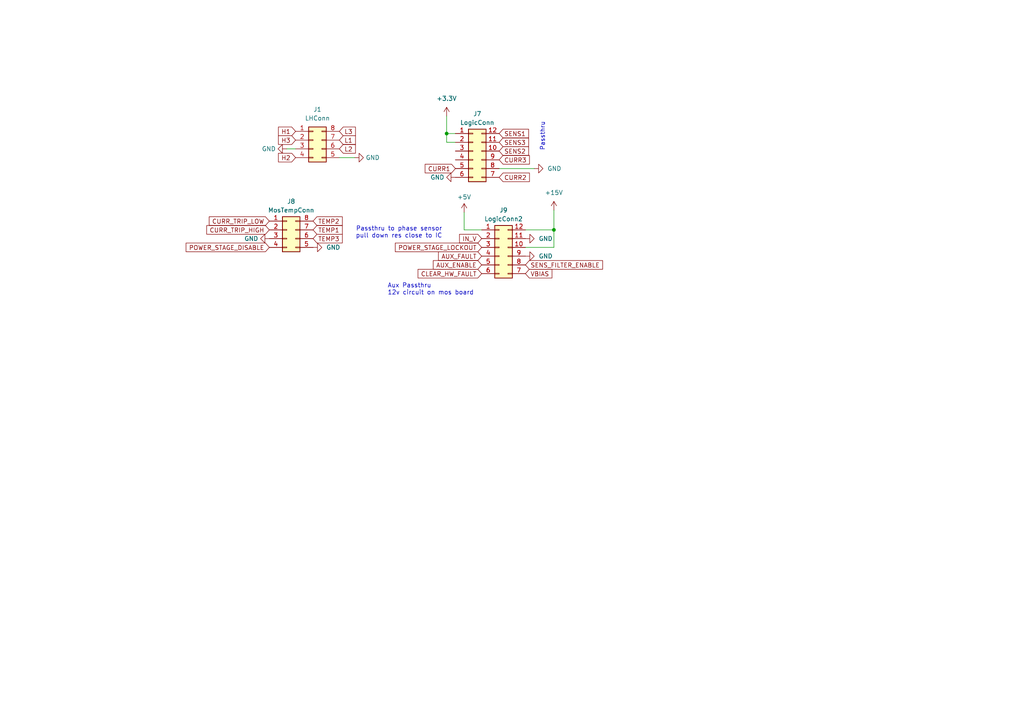
<source format=kicad_sch>
(kicad_sch (version 20230121) (generator eeschema)
  (paper "A4")
  (lib_symbols
    (symbol "Connector_Generic:Conn_02x04_Counter_Clockwise" (pin_names (offset 1.016) hide)
      (property "Reference" "J" (at 1.27 5.08 0))
      (property "Value" "Conn_02x04_Counter_Clockwise" (at 1.27 -7.62 0))
      (symbol "Conn_02x04_Counter_Clockwise_1_1"
        (rectangle (start -1.27 -4.953) (end 0 -5.207) (stroke (width 0.1524)))
        (rectangle (start -1.27 -2.413) (end 0 -2.667) (stroke (width 0.1524)))
        (rectangle (start -1.27 0.127) (end 0 -0.127) (stroke (width 0.1524)))
        (rectangle (start -1.27 2.667) (end 0 2.413) (stroke (width 0.1524)))
        (rectangle (start -1.27 3.81) (end 3.81 -6.35) (stroke (width 0.254)) (fill (type background)))
        (rectangle (start 3.81 -4.953) (end 2.54 -5.207) (stroke (width 0.1524)))
        (rectangle (start 3.81 -2.413) (end 2.54 -2.667) (stroke (width 0.1524)))
        (rectangle (start 3.81 0.127) (end 2.54 -0.127) (stroke (width 0.1524)))
        (rectangle (start 3.81 2.667) (end 2.54 2.413) (stroke (width 0.1524)))
        (pin passive line (at -5.08 2.54 0) (length 3.81) (name "Pin_1") (number "1"))
        (pin passive line (at -5.08 0 0) (length 3.81) (name "Pin_2") (number "2"))
        (pin passive line (at -5.08 -2.54 0) (length 3.81) (name "Pin_3") (number "3"))
        (pin passive line (at -5.08 -5.08 0) (length 3.81) (name "Pin_4") (number "4"))
        (pin passive line (at 7.62 -5.08 180) (length 3.81) (name "Pin_5") (number "5"))
        (pin passive line (at 7.62 -2.54 180) (length 3.81) (name "Pin_6") (number "6"))
        (pin passive line (at 7.62 0 180) (length 3.81) (name "Pin_7") (number "7"))
        (pin passive line (at 7.62 2.54 180) (length 3.81) (name "Pin_8") (number "8"))
      )
    )
    (symbol "Connector_Generic:Conn_02x06_Counter_Clockwise" (pin_names (offset 1.016) hide)
      (property "Reference" "J" (at 1.27 7.62 0))
      (property "Value" "Conn_02x06_Counter_Clockwise" (at 1.27 -10.16 0))
      (symbol "Conn_02x06_Counter_Clockwise_1_1"
        (rectangle (start -1.27 -7.493) (end 0 -7.747) (stroke (width 0.1524)))
        (rectangle (start -1.27 -4.953) (end 0 -5.207) (stroke (width 0.1524)))
        (rectangle (start -1.27 -2.413) (end 0 -2.667) (stroke (width 0.1524)))
        (rectangle (start -1.27 0.127) (end 0 -0.127) (stroke (width 0.1524)))
        (rectangle (start -1.27 2.667) (end 0 2.413) (stroke (width 0.1524)))
        (rectangle (start -1.27 5.207) (end 0 4.953) (stroke (width 0.1524)))
        (rectangle (start -1.27 6.35) (end 3.81 -8.89) (stroke (width 0.254)) (fill (type background)))
        (rectangle (start 3.81 -7.493) (end 2.54 -7.747) (stroke (width 0.1524)))
        (rectangle (start 3.81 -4.953) (end 2.54 -5.207) (stroke (width 0.1524)))
        (rectangle (start 3.81 -2.413) (end 2.54 -2.667) (stroke (width 0.1524)))
        (rectangle (start 3.81 0.127) (end 2.54 -0.127) (stroke (width 0.1524)))
        (rectangle (start 3.81 2.667) (end 2.54 2.413) (stroke (width 0.1524)))
        (rectangle (start 3.81 5.207) (end 2.54 4.953) (stroke (width 0.1524)))
        (pin passive line (at -5.08 5.08 0) (length 3.81) (name "Pin_1") (number "1"))
        (pin passive line (at 7.62 0 180) (length 3.81) (name "Pin_10") (number "10"))
        (pin passive line (at 7.62 2.54 180) (length 3.81) (name "Pin_11") (number "11"))
        (pin passive line (at 7.62 5.08 180) (length 3.81) (name "Pin_12") (number "12"))
        (pin passive line (at -5.08 2.54 0) (length 3.81) (name "Pin_2") (number "2"))
        (pin passive line (at -5.08 0 0) (length 3.81) (name "Pin_3") (number "3"))
        (pin passive line (at -5.08 -2.54 0) (length 3.81) (name "Pin_4") (number "4"))
        (pin passive line (at -5.08 -5.08 0) (length 3.81) (name "Pin_5") (number "5"))
        (pin passive line (at -5.08 -7.62 0) (length 3.81) (name "Pin_6") (number "6"))
        (pin passive line (at 7.62 -7.62 180) (length 3.81) (name "Pin_7") (number "7"))
        (pin passive line (at 7.62 -5.08 180) (length 3.81) (name "Pin_8") (number "8"))
        (pin passive line (at 7.62 -2.54 180) (length 3.81) (name "Pin_9") (number "9"))
      )
    )
    (symbol "power:+15V" (power) (pin_names (offset 0))
      (property "Value" "+15V" (at 0 3.556 0))
      (symbol "+15V_0_1"
        (polyline (pts (xy -0.762 1.27) (xy 0 2.54)))
        (polyline (pts (xy 0 0) (xy 0 2.54)))
        (polyline (pts (xy 0 2.54) (xy 0.762 1.27)))
      )
      (symbol "+15V_1_1"
        (pin power_in line (at 0 0 90) (length 0) hide (name "+15V") (number "1"))
      )
    )
    (symbol "power:+3.3V" (power) (pin_names (offset 0))
      (property "Value" "+3.3V" (at 0 3.556 0))
      (symbol "+3.3V_0_1"
        (polyline (pts (xy -0.762 1.27) (xy 0 2.54)))
        (polyline (pts (xy 0 0) (xy 0 2.54)))
        (polyline (pts (xy 0 2.54) (xy 0.762 1.27)))
      )
      (symbol "+3.3V_1_1"
        (pin power_in line (at 0 0 90) (length 0) hide (name "+3.3V") (number "1"))
      )
    )
    (symbol "power:+5V" (power) (pin_names (offset 0))
      (property "Value" "+5V" (at 0 3.556 0))
      (symbol "+5V_0_1"
        (polyline (pts (xy -0.762 1.27) (xy 0 2.54)))
        (polyline (pts (xy 0 0) (xy 0 2.54)))
        (polyline (pts (xy 0 2.54) (xy 0.762 1.27)))
      )
      (symbol "+5V_1_1"
        (pin power_in line (at 0 0 90) (length 0) hide (name "+5V") (number "1"))
      )
    )
    (symbol "power:GND" (power) (pin_names (offset 0))
      (property "Value" "GND" (at 0 -3.81 0))
      (symbol "GND_0_1"
        (polyline (pts (xy 0 0) (xy 0 -1.27) (xy 1.27 -1.27) (xy 0 -2.54) (xy -1.27 -1.27) (xy 0 -1.27)))
      )
      (symbol "GND_1_1"
        (pin power_in line (at 0 0 270) (length 0) hide (name "GND") (number "1"))
      )
    )
  )
  (junction (at 160.655 66.675))
  (junction (at 129.54 38.735))
  (wire (pts (xy 129.54 38.735) (xy 132.08 38.735)))
  (wire (pts (xy 129.54 33.655) (xy 129.54 38.735)))
  (wire (pts (xy 83.185 43.18) (xy 85.725 43.18)))
  (wire (pts (xy 152.4 71.755) (xy 160.655 71.755)))
  (wire (pts (xy 160.655 66.675) (xy 152.4 66.675)))
  (wire (pts (xy 144.78 48.895) (xy 154.94 48.895)))
  (wire (pts (xy 139.7 66.675) (xy 134.62 66.675)))
  (wire (pts (xy 160.655 60.96) (xy 160.655 66.675)))
  (wire (pts (xy 98.425 45.72) (xy 102.87 45.72)))
  (wire (pts (xy 132.08 41.275) (xy 129.54 41.275)))
  (wire (pts (xy 160.655 71.755) (xy 160.655 66.675)))
  (wire (pts (xy 129.54 41.275) (xy 129.54 38.735)))
  (wire (pts (xy 134.62 66.675) (xy 134.62 61.595)))
  (text "Passthru" (at 158.115 43.815 90) (effects (font (size 1.27 1.27)) (justify left bottom)))
  (text "Aux Passthru\n12v circuit on mos board\n" (at 112.395 85.725 0) (effects (font (size 1.27 1.27)) (justify left bottom)))
  (text "Passthru to phase sensor\npull down res close to IC" (at 128.27 69.215 0) (effects (font (size 1.27 1.27)) (justify right bottom)))
  (global_label "L3" (shape input) (at 98.425 38.1 0) (property "Intersheetrefs" "${INTERSHEET_REFS}" (effects hide)))
  (global_label "POWER_STAGE_DISABLE" (shape input) (at 78.105 71.755 180) (property "Intersheetrefs" "${INTERSHEET_REFS}" (effects hide)))
  (global_label "CLEAR_HW_FAULT" (shape input) (at 139.7 79.375 180) (property "Intersheetrefs" "${INTERSHEET_REFS}" (effects hide)))
  (global_label "SENS3" (shape input) (at 144.78 41.275 0) (property "Intersheetrefs" "${INTERSHEET_REFS}" (effects hide)))
  (global_label "VBIAS" (shape input) (at 152.4 79.375 0) (property "Intersheetrefs" "${INTERSHEET_REFS}" (effects hide)))
  (global_label "CURR3" (shape input) (at 144.78 46.355 0) (property "Intersheetrefs" "${INTERSHEET_REFS}" (effects hide)))
  (global_label "TEMP1" (shape input) (at 90.805 66.675 0) (property "Intersheetrefs" "${INTERSHEET_REFS}" (effects hide)))
  (global_label "H2" (shape input) (at 85.725 45.72 180) (property "Intersheetrefs" "${INTERSHEET_REFS}" (effects hide)))
  (global_label "TEMP3" (shape input) (at 90.805 69.215 0) (property "Intersheetrefs" "${INTERSHEET_REFS}" (effects hide)))
  (global_label "AUX_FAULT" (shape input) (at 139.7 74.295 180) (property "Intersheetrefs" "${INTERSHEET_REFS}" (effects hide)))
  (global_label "SENS2" (shape input) (at 144.78 43.815 0) (property "Intersheetrefs" "${INTERSHEET_REFS}" (effects hide)))
  (global_label "CURR2" (shape input) (at 144.78 51.435 0) (property "Intersheetrefs" "${INTERSHEET_REFS}" (effects hide)))
  (global_label "POWER_STAGE_LOCKOUT" (shape input) (at 139.7 71.755 180) (property "Intersheetrefs" "${INTERSHEET_REFS}" (effects hide)))
  (global_label "L2" (shape input) (at 98.425 43.18 0) (property "Intersheetrefs" "${INTERSHEET_REFS}" (effects hide)))
  (global_label "SENS_FILTER_ENABLE" (shape input) (at 152.4 76.835 0) (property "Intersheetrefs" "${INTERSHEET_REFS}" (effects hide)))
  (global_label "L1" (shape input) (at 98.425 40.64 0) (property "Intersheetrefs" "${INTERSHEET_REFS}" (effects hide)))
  (global_label "CURR_TRIP_HIGH" (shape input) (at 78.105 66.675 180) (property "Intersheetrefs" "${INTERSHEET_REFS}" (effects hide)))
  (global_label "SENS1" (shape input) (at 144.78 38.735 0) (property "Intersheetrefs" "${INTERSHEET_REFS}" (effects hide)))
  (global_label "CURR1" (shape input) (at 132.08 48.895 180) (property "Intersheetrefs" "${INTERSHEET_REFS}" (effects hide)))
  (global_label "IN_V" (shape input) (at 139.7 69.215 180) (property "Intersheetrefs" "${INTERSHEET_REFS}" (effects hide)))
  (global_label "H1" (shape input) (at 85.725 38.1 180) (property "Intersheetrefs" "${INTERSHEET_REFS}" (effects hide)))
  (global_label "TEMP2" (shape input) (at 90.805 64.135 0) (property "Intersheetrefs" "${INTERSHEET_REFS}" (effects hide)))
  (global_label "CURR_TRIP_LOW" (shape input) (at 78.105 64.135 180) (property "Intersheetrefs" "${INTERSHEET_REFS}" (effects hide)))
  (global_label "H3" (shape input) (at 85.725 40.64 180) (property "Intersheetrefs" "${INTERSHEET_REFS}" (effects hide)))
  (global_label "AUX_ENABLE" (shape input) (at 139.7 76.835 180) (property "Intersheetrefs" "${INTERSHEET_REFS}" (effects hide)))
  (symbol (lib_id "power:GND") (at 154.94 48.895 90) (unit 1)
    (property "Reference" "#PWR061" (effects hide))
    (property "Value" "GND" (at 158.75 48.895 90) (effects (justify right)))
    (instances (project "GigaVescDrivers" (path "" (reference "#PWR061") (unit 1)) (path "" (reference "#PWR067") (unit 1))))
  )
  (symbol (lib_id "Connector_Generic:Conn_02x04_Counter_Clockwise") (at 83.185 66.675 0) (unit 1)
    (property "Reference" "J8" (at 84.455 58.42 0))
    (property "Value" "MosTempConn" (at 84.455 60.96 0))
    (property "Footprint" "Connector_PinSocket_2.54mm:PinSocket_2x04_P2.54mm_Vertical" (effects hide))
  )
  (symbol (lib_id "power:+3.3V") (at 129.54 33.655 0) (unit 1)
    (property "Reference" "#PWR060" (effects hide))
    (property "Value" "+3.3V" (at 129.54 28.575 0))
  )
  (symbol (lib_id "power:GND") (at 152.4 74.295 90) (unit 1)
    (property "Reference" "#PWR061" (effects hide))
    (property "Value" "GND" (at 156.21 74.295 90) (effects (justify right)))
    (instances (project "GigaVescDrivers" (path "" (reference "#PWR061") (unit 1)) (path "" (reference "#PWR073") (unit 1))))
  )
  (symbol (lib_id "power:GND") (at 102.87 45.72 90) (unit 1)
    (property "Reference" "#PWR061" (effects hide))
    (property "Value" "GND" (at 106.045 45.72 90) (effects (justify right)))
    (instances (project "GigaVescDrivers" (path "" (reference "#PWR061") (unit 1)) (path "" (reference "#PWR069") (unit 1))))
  )
  (symbol (lib_id "Connector_Generic:Conn_02x04_Counter_Clockwise") (at 90.805 40.64 0) (unit 1)
    (property "Reference" "J1" (at 92.075 31.75 0))
    (property "Value" "LHConn" (at 92.075 34.29 0))
    (property "Footprint" "Connector_PinSocket_2.54mm:PinSocket_2x04_P2.54mm_Vertical" (effects hide))
  )
  (symbol (lib_id "power:+5V") (at 134.62 61.595 0) (unit 1)
    (property "Reference" "#PWR062" (effects hide))
    (property "Value" "+5V" (at 134.62 57.15 0))
  )
  (symbol (lib_id "power:GND") (at 83.185 43.18 270) (unit 1)
    (property "Reference" "#PWR061" (effects hide))
    (property "Value" "GND" (at 80.01 43.18 90) (effects (justify right)))
    (instances (project "GigaVescDrivers" (path "" (reference "#PWR061") (unit 1)) (path "" (reference "#PWR070") (unit 1))))
  )
  (symbol (lib_id "Connector_Generic:Conn_02x06_Counter_Clockwise") (at 137.16 43.815 0) (unit 1)
    (property "Reference" "J7" (at 138.43 33.02 0))
    (property "Value" "LogicConn" (at 138.43 35.56 0))
    (property "Footprint" "Connector_PinSocket_2.54mm:PinSocket_2x06_P2.54mm_Vertical" (effects hide))
  )
  (symbol (lib_id "power:+15V") (at 160.655 60.96 0) (unit 1)
    (property "Reference" "#PWR059" (effects hide))
    (property "Value" "+15V" (at 160.655 55.88 0))
  )
  (symbol (lib_id "power:GND") (at 132.08 51.435 270) (unit 1)
    (property "Reference" "#PWR061" (effects hide))
    (property "Value" "GND" (at 128.905 51.435 90) (effects (justify right)))
    (instances (project "GigaVescDrivers" (path "" (reference "#PWR061") (unit 1)) (path "" (reference "#PWR068") (unit 1))))
  )
  (symbol (lib_id "power:GND") (at 152.4 69.215 90) (unit 1)
    (property "Reference" "#PWR061" (effects hide))
    (property "Value" "GND" (at 156.21 69.215 90) (effects (justify right)))
    (instances (project "GigaVescDrivers" (path "" (reference "#PWR061") (unit 1)) (path "" (reference "#PWR072") (unit 1))))
  )
  (symbol (lib_id "Connector_Generic:Conn_02x06_Counter_Clockwise") (at 144.78 71.755 0) (unit 1)
    (property "Reference" "J9" (at 146.05 60.96 0))
    (property "Value" "LogicConn2" (at 146.05 63.5 0))
    (property "Footprint" "Connector_PinSocket_2.54mm:PinSocket_2x06_P2.54mm_Vertical" (effects hide))
  )
  (symbol (lib_id "power:GND") (at 90.805 71.755 90) (unit 1)
    (property "Reference" "#PWR061" (effects hide))
    (property "Value" "GND" (at 94.615 71.755 90) (effects (justify right)))
  )
  (symbol (lib_id "power:GND") (at 78.105 69.215 270) (unit 1)
    (property "Reference" "#PWR061" (effects hide))
    (property "Value" "GND" (at 74.93 69.215 90) (effects (justify right)))
    (instances (project "GigaVescDrivers" (path "" (reference "#PWR061") (unit 1)) (path "" (reference "#PWR071") (unit 1))))
  )
)
</source>
